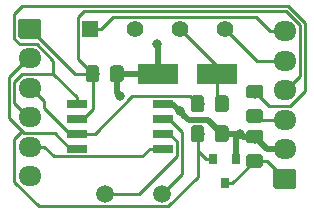
<source format=gbr>
G04 #@! TF.GenerationSoftware,KiCad,Pcbnew,(5.0.2-5)-5*
G04 #@! TF.CreationDate,2019-06-13T13:58:12+03:00*
G04 #@! TF.ProjectId,bike_motor_shim,62696b65-5f6d-46f7-946f-725f7368696d,rev?*
G04 #@! TF.SameCoordinates,Original*
G04 #@! TF.FileFunction,Copper,L1,Top*
G04 #@! TF.FilePolarity,Positive*
%FSLAX46Y46*%
G04 Gerber Fmt 4.6, Leading zero omitted, Abs format (unit mm)*
G04 Created by KiCad (PCBNEW (5.0.2-5)-5) date 2019 June 13, Thursday 13:58:12*
%MOMM*%
%LPD*%
G01*
G04 APERTURE LIST*
G04 #@! TA.AperFunction,ComponentPad*
%ADD10C,1.500000*%
G04 #@! TD*
G04 #@! TA.AperFunction,Conductor*
%ADD11C,0.100000*%
G04 #@! TD*
G04 #@! TA.AperFunction,SMDPad,CuDef*
%ADD12C,1.150000*%
G04 #@! TD*
G04 #@! TA.AperFunction,SMDPad,CuDef*
%ADD13R,3.500000X1.800000*%
G04 #@! TD*
G04 #@! TA.AperFunction,ComponentPad*
%ADD14C,1.400000*%
G04 #@! TD*
G04 #@! TA.AperFunction,ComponentPad*
%ADD15R,1.400000X1.400000*%
G04 #@! TD*
G04 #@! TA.AperFunction,SMDPad,CuDef*
%ADD16R,1.700000X0.650000*%
G04 #@! TD*
G04 #@! TA.AperFunction,SMDPad,CuDef*
%ADD17R,0.800000X0.900000*%
G04 #@! TD*
G04 #@! TA.AperFunction,ComponentPad*
%ADD18C,1.700000*%
G04 #@! TD*
G04 #@! TA.AperFunction,ComponentPad*
%ADD19O,1.950000X1.700000*%
G04 #@! TD*
G04 #@! TA.AperFunction,ViaPad*
%ADD20C,0.800000*%
G04 #@! TD*
G04 #@! TA.AperFunction,Conductor*
%ADD21C,0.250000*%
G04 #@! TD*
G04 #@! TA.AperFunction,Conductor*
%ADD22C,0.500000*%
G04 #@! TD*
G04 APERTURE END LIST*
D10*
G04 #@! TO.P,Y1,1*
G04 #@! TO.N,Net-(U1-Pad2)*
X146050000Y-126365000D03*
G04 #@! TO.P,Y1,2*
G04 #@! TO.N,Net-(U1-Pad3)*
X150930000Y-126365000D03*
G04 #@! TD*
D11*
G04 #@! TO.N,GND*
G04 #@! TO.C,C1*
G36*
X159224505Y-120956204D02*
X159248773Y-120959804D01*
X159272572Y-120965765D01*
X159295671Y-120974030D01*
X159317850Y-120984520D01*
X159338893Y-120997132D01*
X159358599Y-121011747D01*
X159376777Y-121028223D01*
X159393253Y-121046401D01*
X159407868Y-121066107D01*
X159420480Y-121087150D01*
X159430970Y-121109329D01*
X159439235Y-121132428D01*
X159445196Y-121156227D01*
X159448796Y-121180495D01*
X159450000Y-121204999D01*
X159450000Y-121855001D01*
X159448796Y-121879505D01*
X159445196Y-121903773D01*
X159439235Y-121927572D01*
X159430970Y-121950671D01*
X159420480Y-121972850D01*
X159407868Y-121993893D01*
X159393253Y-122013599D01*
X159376777Y-122031777D01*
X159358599Y-122048253D01*
X159338893Y-122062868D01*
X159317850Y-122075480D01*
X159295671Y-122085970D01*
X159272572Y-122094235D01*
X159248773Y-122100196D01*
X159224505Y-122103796D01*
X159200001Y-122105000D01*
X158299999Y-122105000D01*
X158275495Y-122103796D01*
X158251227Y-122100196D01*
X158227428Y-122094235D01*
X158204329Y-122085970D01*
X158182150Y-122075480D01*
X158161107Y-122062868D01*
X158141401Y-122048253D01*
X158123223Y-122031777D01*
X158106747Y-122013599D01*
X158092132Y-121993893D01*
X158079520Y-121972850D01*
X158069030Y-121950671D01*
X158060765Y-121927572D01*
X158054804Y-121903773D01*
X158051204Y-121879505D01*
X158050000Y-121855001D01*
X158050000Y-121204999D01*
X158051204Y-121180495D01*
X158054804Y-121156227D01*
X158060765Y-121132428D01*
X158069030Y-121109329D01*
X158079520Y-121087150D01*
X158092132Y-121066107D01*
X158106747Y-121046401D01*
X158123223Y-121028223D01*
X158141401Y-121011747D01*
X158161107Y-120997132D01*
X158182150Y-120984520D01*
X158204329Y-120974030D01*
X158227428Y-120965765D01*
X158251227Y-120959804D01*
X158275495Y-120956204D01*
X158299999Y-120955000D01*
X159200001Y-120955000D01*
X159224505Y-120956204D01*
X159224505Y-120956204D01*
G37*
D12*
G04 #@! TD*
G04 #@! TO.P,C1,2*
G04 #@! TO.N,GND*
X158750000Y-121530000D03*
D11*
G04 #@! TO.N,+6V*
G04 #@! TO.C,C1*
G36*
X159224505Y-123006204D02*
X159248773Y-123009804D01*
X159272572Y-123015765D01*
X159295671Y-123024030D01*
X159317850Y-123034520D01*
X159338893Y-123047132D01*
X159358599Y-123061747D01*
X159376777Y-123078223D01*
X159393253Y-123096401D01*
X159407868Y-123116107D01*
X159420480Y-123137150D01*
X159430970Y-123159329D01*
X159439235Y-123182428D01*
X159445196Y-123206227D01*
X159448796Y-123230495D01*
X159450000Y-123254999D01*
X159450000Y-123905001D01*
X159448796Y-123929505D01*
X159445196Y-123953773D01*
X159439235Y-123977572D01*
X159430970Y-124000671D01*
X159420480Y-124022850D01*
X159407868Y-124043893D01*
X159393253Y-124063599D01*
X159376777Y-124081777D01*
X159358599Y-124098253D01*
X159338893Y-124112868D01*
X159317850Y-124125480D01*
X159295671Y-124135970D01*
X159272572Y-124144235D01*
X159248773Y-124150196D01*
X159224505Y-124153796D01*
X159200001Y-124155000D01*
X158299999Y-124155000D01*
X158275495Y-124153796D01*
X158251227Y-124150196D01*
X158227428Y-124144235D01*
X158204329Y-124135970D01*
X158182150Y-124125480D01*
X158161107Y-124112868D01*
X158141401Y-124098253D01*
X158123223Y-124081777D01*
X158106747Y-124063599D01*
X158092132Y-124043893D01*
X158079520Y-124022850D01*
X158069030Y-124000671D01*
X158060765Y-123977572D01*
X158054804Y-123953773D01*
X158051204Y-123929505D01*
X158050000Y-123905001D01*
X158050000Y-123254999D01*
X158051204Y-123230495D01*
X158054804Y-123206227D01*
X158060765Y-123182428D01*
X158069030Y-123159329D01*
X158079520Y-123137150D01*
X158092132Y-123116107D01*
X158106747Y-123096401D01*
X158123223Y-123078223D01*
X158141401Y-123061747D01*
X158161107Y-123047132D01*
X158182150Y-123034520D01*
X158204329Y-123024030D01*
X158227428Y-123015765D01*
X158251227Y-123009804D01*
X158275495Y-123006204D01*
X158299999Y-123005000D01*
X159200001Y-123005000D01*
X159224505Y-123006204D01*
X159224505Y-123006204D01*
G37*
D12*
G04 #@! TD*
G04 #@! TO.P,C1,1*
G04 #@! TO.N,+6V*
X158750000Y-123580000D03*
D11*
G04 #@! TO.N,+5V*
G04 #@! TO.C,C2*
G36*
X154264505Y-120586204D02*
X154288773Y-120589804D01*
X154312572Y-120595765D01*
X154335671Y-120604030D01*
X154357850Y-120614520D01*
X154378893Y-120627132D01*
X154398599Y-120641747D01*
X154416777Y-120658223D01*
X154433253Y-120676401D01*
X154447868Y-120696107D01*
X154460480Y-120717150D01*
X154470970Y-120739329D01*
X154479235Y-120762428D01*
X154485196Y-120786227D01*
X154488796Y-120810495D01*
X154490000Y-120834999D01*
X154490000Y-121735001D01*
X154488796Y-121759505D01*
X154485196Y-121783773D01*
X154479235Y-121807572D01*
X154470970Y-121830671D01*
X154460480Y-121852850D01*
X154447868Y-121873893D01*
X154433253Y-121893599D01*
X154416777Y-121911777D01*
X154398599Y-121928253D01*
X154378893Y-121942868D01*
X154357850Y-121955480D01*
X154335671Y-121965970D01*
X154312572Y-121974235D01*
X154288773Y-121980196D01*
X154264505Y-121983796D01*
X154240001Y-121985000D01*
X153589999Y-121985000D01*
X153565495Y-121983796D01*
X153541227Y-121980196D01*
X153517428Y-121974235D01*
X153494329Y-121965970D01*
X153472150Y-121955480D01*
X153451107Y-121942868D01*
X153431401Y-121928253D01*
X153413223Y-121911777D01*
X153396747Y-121893599D01*
X153382132Y-121873893D01*
X153369520Y-121852850D01*
X153359030Y-121830671D01*
X153350765Y-121807572D01*
X153344804Y-121783773D01*
X153341204Y-121759505D01*
X153340000Y-121735001D01*
X153340000Y-120834999D01*
X153341204Y-120810495D01*
X153344804Y-120786227D01*
X153350765Y-120762428D01*
X153359030Y-120739329D01*
X153369520Y-120717150D01*
X153382132Y-120696107D01*
X153396747Y-120676401D01*
X153413223Y-120658223D01*
X153431401Y-120641747D01*
X153451107Y-120627132D01*
X153472150Y-120614520D01*
X153494329Y-120604030D01*
X153517428Y-120595765D01*
X153541227Y-120589804D01*
X153565495Y-120586204D01*
X153589999Y-120585000D01*
X154240001Y-120585000D01*
X154264505Y-120586204D01*
X154264505Y-120586204D01*
G37*
D12*
G04 #@! TD*
G04 #@! TO.P,C2,1*
G04 #@! TO.N,+5V*
X153915000Y-121285000D03*
D11*
G04 #@! TO.N,GND*
G04 #@! TO.C,C2*
G36*
X156314505Y-120586204D02*
X156338773Y-120589804D01*
X156362572Y-120595765D01*
X156385671Y-120604030D01*
X156407850Y-120614520D01*
X156428893Y-120627132D01*
X156448599Y-120641747D01*
X156466777Y-120658223D01*
X156483253Y-120676401D01*
X156497868Y-120696107D01*
X156510480Y-120717150D01*
X156520970Y-120739329D01*
X156529235Y-120762428D01*
X156535196Y-120786227D01*
X156538796Y-120810495D01*
X156540000Y-120834999D01*
X156540000Y-121735001D01*
X156538796Y-121759505D01*
X156535196Y-121783773D01*
X156529235Y-121807572D01*
X156520970Y-121830671D01*
X156510480Y-121852850D01*
X156497868Y-121873893D01*
X156483253Y-121893599D01*
X156466777Y-121911777D01*
X156448599Y-121928253D01*
X156428893Y-121942868D01*
X156407850Y-121955480D01*
X156385671Y-121965970D01*
X156362572Y-121974235D01*
X156338773Y-121980196D01*
X156314505Y-121983796D01*
X156290001Y-121985000D01*
X155639999Y-121985000D01*
X155615495Y-121983796D01*
X155591227Y-121980196D01*
X155567428Y-121974235D01*
X155544329Y-121965970D01*
X155522150Y-121955480D01*
X155501107Y-121942868D01*
X155481401Y-121928253D01*
X155463223Y-121911777D01*
X155446747Y-121893599D01*
X155432132Y-121873893D01*
X155419520Y-121852850D01*
X155409030Y-121830671D01*
X155400765Y-121807572D01*
X155394804Y-121783773D01*
X155391204Y-121759505D01*
X155390000Y-121735001D01*
X155390000Y-120834999D01*
X155391204Y-120810495D01*
X155394804Y-120786227D01*
X155400765Y-120762428D01*
X155409030Y-120739329D01*
X155419520Y-120717150D01*
X155432132Y-120696107D01*
X155446747Y-120676401D01*
X155463223Y-120658223D01*
X155481401Y-120641747D01*
X155501107Y-120627132D01*
X155522150Y-120614520D01*
X155544329Y-120604030D01*
X155567428Y-120595765D01*
X155591227Y-120589804D01*
X155615495Y-120586204D01*
X155639999Y-120585000D01*
X156290001Y-120585000D01*
X156314505Y-120586204D01*
X156314505Y-120586204D01*
G37*
D12*
G04 #@! TD*
G04 #@! TO.P,C2,2*
G04 #@! TO.N,GND*
X155965000Y-121285000D03*
D13*
G04 #@! TO.P,D1,1*
G04 #@! TO.N,Net-(D1-Pad1)*
X155535000Y-116205000D03*
G04 #@! TO.P,D1,2*
G04 #@! TO.N,GND*
X150535000Y-116205000D03*
G04 #@! TD*
D14*
G04 #@! TO.P,K1,7*
G04 #@! TO.N,MOTOR_OUT*
X156210000Y-112395000D03*
G04 #@! TO.P,K1,5*
G04 #@! TO.N,Net-(D1-Pad1)*
X152400000Y-112395000D03*
G04 #@! TO.P,K1,3*
G04 #@! TO.N,GND*
X148590000Y-112395000D03*
D15*
G04 #@! TO.P,K1,1*
G04 #@! TO.N,MOTOR_IN*
X144780000Y-112395000D03*
G04 #@! TD*
D11*
G04 #@! TO.N,MISO*
G04 #@! TO.C,R1*
G36*
X145374505Y-115506204D02*
X145398773Y-115509804D01*
X145422572Y-115515765D01*
X145445671Y-115524030D01*
X145467850Y-115534520D01*
X145488893Y-115547132D01*
X145508599Y-115561747D01*
X145526777Y-115578223D01*
X145543253Y-115596401D01*
X145557868Y-115616107D01*
X145570480Y-115637150D01*
X145580970Y-115659329D01*
X145589235Y-115682428D01*
X145595196Y-115706227D01*
X145598796Y-115730495D01*
X145600000Y-115754999D01*
X145600000Y-116655001D01*
X145598796Y-116679505D01*
X145595196Y-116703773D01*
X145589235Y-116727572D01*
X145580970Y-116750671D01*
X145570480Y-116772850D01*
X145557868Y-116793893D01*
X145543253Y-116813599D01*
X145526777Y-116831777D01*
X145508599Y-116848253D01*
X145488893Y-116862868D01*
X145467850Y-116875480D01*
X145445671Y-116885970D01*
X145422572Y-116894235D01*
X145398773Y-116900196D01*
X145374505Y-116903796D01*
X145350001Y-116905000D01*
X144699999Y-116905000D01*
X144675495Y-116903796D01*
X144651227Y-116900196D01*
X144627428Y-116894235D01*
X144604329Y-116885970D01*
X144582150Y-116875480D01*
X144561107Y-116862868D01*
X144541401Y-116848253D01*
X144523223Y-116831777D01*
X144506747Y-116813599D01*
X144492132Y-116793893D01*
X144479520Y-116772850D01*
X144469030Y-116750671D01*
X144460765Y-116727572D01*
X144454804Y-116703773D01*
X144451204Y-116679505D01*
X144450000Y-116655001D01*
X144450000Y-115754999D01*
X144451204Y-115730495D01*
X144454804Y-115706227D01*
X144460765Y-115682428D01*
X144469030Y-115659329D01*
X144479520Y-115637150D01*
X144492132Y-115616107D01*
X144506747Y-115596401D01*
X144523223Y-115578223D01*
X144541401Y-115561747D01*
X144561107Y-115547132D01*
X144582150Y-115534520D01*
X144604329Y-115524030D01*
X144627428Y-115515765D01*
X144651227Y-115509804D01*
X144675495Y-115506204D01*
X144699999Y-115505000D01*
X145350001Y-115505000D01*
X145374505Y-115506204D01*
X145374505Y-115506204D01*
G37*
D12*
G04 #@! TD*
G04 #@! TO.P,R1,1*
G04 #@! TO.N,MISO*
X145025000Y-116205000D03*
D11*
G04 #@! TO.N,GND*
G04 #@! TO.C,R1*
G36*
X147424505Y-115506204D02*
X147448773Y-115509804D01*
X147472572Y-115515765D01*
X147495671Y-115524030D01*
X147517850Y-115534520D01*
X147538893Y-115547132D01*
X147558599Y-115561747D01*
X147576777Y-115578223D01*
X147593253Y-115596401D01*
X147607868Y-115616107D01*
X147620480Y-115637150D01*
X147630970Y-115659329D01*
X147639235Y-115682428D01*
X147645196Y-115706227D01*
X147648796Y-115730495D01*
X147650000Y-115754999D01*
X147650000Y-116655001D01*
X147648796Y-116679505D01*
X147645196Y-116703773D01*
X147639235Y-116727572D01*
X147630970Y-116750671D01*
X147620480Y-116772850D01*
X147607868Y-116793893D01*
X147593253Y-116813599D01*
X147576777Y-116831777D01*
X147558599Y-116848253D01*
X147538893Y-116862868D01*
X147517850Y-116875480D01*
X147495671Y-116885970D01*
X147472572Y-116894235D01*
X147448773Y-116900196D01*
X147424505Y-116903796D01*
X147400001Y-116905000D01*
X146749999Y-116905000D01*
X146725495Y-116903796D01*
X146701227Y-116900196D01*
X146677428Y-116894235D01*
X146654329Y-116885970D01*
X146632150Y-116875480D01*
X146611107Y-116862868D01*
X146591401Y-116848253D01*
X146573223Y-116831777D01*
X146556747Y-116813599D01*
X146542132Y-116793893D01*
X146529520Y-116772850D01*
X146519030Y-116750671D01*
X146510765Y-116727572D01*
X146504804Y-116703773D01*
X146501204Y-116679505D01*
X146500000Y-116655001D01*
X146500000Y-115754999D01*
X146501204Y-115730495D01*
X146504804Y-115706227D01*
X146510765Y-115682428D01*
X146519030Y-115659329D01*
X146529520Y-115637150D01*
X146542132Y-115616107D01*
X146556747Y-115596401D01*
X146573223Y-115578223D01*
X146591401Y-115561747D01*
X146611107Y-115547132D01*
X146632150Y-115534520D01*
X146654329Y-115524030D01*
X146677428Y-115515765D01*
X146701227Y-115509804D01*
X146725495Y-115506204D01*
X146749999Y-115505000D01*
X147400001Y-115505000D01*
X147424505Y-115506204D01*
X147424505Y-115506204D01*
G37*
D12*
G04 #@! TD*
G04 #@! TO.P,R1,2*
G04 #@! TO.N,GND*
X147075000Y-116205000D03*
D11*
G04 #@! TO.N,MOSI*
G04 #@! TO.C,R2*
G36*
X159224505Y-117146204D02*
X159248773Y-117149804D01*
X159272572Y-117155765D01*
X159295671Y-117164030D01*
X159317850Y-117174520D01*
X159338893Y-117187132D01*
X159358599Y-117201747D01*
X159376777Y-117218223D01*
X159393253Y-117236401D01*
X159407868Y-117256107D01*
X159420480Y-117277150D01*
X159430970Y-117299329D01*
X159439235Y-117322428D01*
X159445196Y-117346227D01*
X159448796Y-117370495D01*
X159450000Y-117394999D01*
X159450000Y-118045001D01*
X159448796Y-118069505D01*
X159445196Y-118093773D01*
X159439235Y-118117572D01*
X159430970Y-118140671D01*
X159420480Y-118162850D01*
X159407868Y-118183893D01*
X159393253Y-118203599D01*
X159376777Y-118221777D01*
X159358599Y-118238253D01*
X159338893Y-118252868D01*
X159317850Y-118265480D01*
X159295671Y-118275970D01*
X159272572Y-118284235D01*
X159248773Y-118290196D01*
X159224505Y-118293796D01*
X159200001Y-118295000D01*
X158299999Y-118295000D01*
X158275495Y-118293796D01*
X158251227Y-118290196D01*
X158227428Y-118284235D01*
X158204329Y-118275970D01*
X158182150Y-118265480D01*
X158161107Y-118252868D01*
X158141401Y-118238253D01*
X158123223Y-118221777D01*
X158106747Y-118203599D01*
X158092132Y-118183893D01*
X158079520Y-118162850D01*
X158069030Y-118140671D01*
X158060765Y-118117572D01*
X158054804Y-118093773D01*
X158051204Y-118069505D01*
X158050000Y-118045001D01*
X158050000Y-117394999D01*
X158051204Y-117370495D01*
X158054804Y-117346227D01*
X158060765Y-117322428D01*
X158069030Y-117299329D01*
X158079520Y-117277150D01*
X158092132Y-117256107D01*
X158106747Y-117236401D01*
X158123223Y-117218223D01*
X158141401Y-117201747D01*
X158161107Y-117187132D01*
X158182150Y-117174520D01*
X158204329Y-117164030D01*
X158227428Y-117155765D01*
X158251227Y-117149804D01*
X158275495Y-117146204D01*
X158299999Y-117145000D01*
X159200001Y-117145000D01*
X159224505Y-117146204D01*
X159224505Y-117146204D01*
G37*
D12*
G04 #@! TD*
G04 #@! TO.P,R2,2*
G04 #@! TO.N,MOSI*
X158750000Y-117720000D03*
D11*
G04 #@! TO.N,SENSOR_OUT*
G04 #@! TO.C,R2*
G36*
X159224505Y-119196204D02*
X159248773Y-119199804D01*
X159272572Y-119205765D01*
X159295671Y-119214030D01*
X159317850Y-119224520D01*
X159338893Y-119237132D01*
X159358599Y-119251747D01*
X159376777Y-119268223D01*
X159393253Y-119286401D01*
X159407868Y-119306107D01*
X159420480Y-119327150D01*
X159430970Y-119349329D01*
X159439235Y-119372428D01*
X159445196Y-119396227D01*
X159448796Y-119420495D01*
X159450000Y-119444999D01*
X159450000Y-120095001D01*
X159448796Y-120119505D01*
X159445196Y-120143773D01*
X159439235Y-120167572D01*
X159430970Y-120190671D01*
X159420480Y-120212850D01*
X159407868Y-120233893D01*
X159393253Y-120253599D01*
X159376777Y-120271777D01*
X159358599Y-120288253D01*
X159338893Y-120302868D01*
X159317850Y-120315480D01*
X159295671Y-120325970D01*
X159272572Y-120334235D01*
X159248773Y-120340196D01*
X159224505Y-120343796D01*
X159200001Y-120345000D01*
X158299999Y-120345000D01*
X158275495Y-120343796D01*
X158251227Y-120340196D01*
X158227428Y-120334235D01*
X158204329Y-120325970D01*
X158182150Y-120315480D01*
X158161107Y-120302868D01*
X158141401Y-120288253D01*
X158123223Y-120271777D01*
X158106747Y-120253599D01*
X158092132Y-120233893D01*
X158079520Y-120212850D01*
X158069030Y-120190671D01*
X158060765Y-120167572D01*
X158054804Y-120143773D01*
X158051204Y-120119505D01*
X158050000Y-120095001D01*
X158050000Y-119444999D01*
X158051204Y-119420495D01*
X158054804Y-119396227D01*
X158060765Y-119372428D01*
X158069030Y-119349329D01*
X158079520Y-119327150D01*
X158092132Y-119306107D01*
X158106747Y-119286401D01*
X158123223Y-119268223D01*
X158141401Y-119251747D01*
X158161107Y-119237132D01*
X158182150Y-119224520D01*
X158204329Y-119214030D01*
X158227428Y-119205765D01*
X158251227Y-119199804D01*
X158275495Y-119196204D01*
X158299999Y-119195000D01*
X159200001Y-119195000D01*
X159224505Y-119196204D01*
X159224505Y-119196204D01*
G37*
D12*
G04 #@! TD*
G04 #@! TO.P,R2,1*
G04 #@! TO.N,SENSOR_OUT*
X158750000Y-119770000D03*
D11*
G04 #@! TO.N,SCK*
G04 #@! TO.C,R3*
G36*
X154264505Y-118046204D02*
X154288773Y-118049804D01*
X154312572Y-118055765D01*
X154335671Y-118064030D01*
X154357850Y-118074520D01*
X154378893Y-118087132D01*
X154398599Y-118101747D01*
X154416777Y-118118223D01*
X154433253Y-118136401D01*
X154447868Y-118156107D01*
X154460480Y-118177150D01*
X154470970Y-118199329D01*
X154479235Y-118222428D01*
X154485196Y-118246227D01*
X154488796Y-118270495D01*
X154490000Y-118294999D01*
X154490000Y-119195001D01*
X154488796Y-119219505D01*
X154485196Y-119243773D01*
X154479235Y-119267572D01*
X154470970Y-119290671D01*
X154460480Y-119312850D01*
X154447868Y-119333893D01*
X154433253Y-119353599D01*
X154416777Y-119371777D01*
X154398599Y-119388253D01*
X154378893Y-119402868D01*
X154357850Y-119415480D01*
X154335671Y-119425970D01*
X154312572Y-119434235D01*
X154288773Y-119440196D01*
X154264505Y-119443796D01*
X154240001Y-119445000D01*
X153589999Y-119445000D01*
X153565495Y-119443796D01*
X153541227Y-119440196D01*
X153517428Y-119434235D01*
X153494329Y-119425970D01*
X153472150Y-119415480D01*
X153451107Y-119402868D01*
X153431401Y-119388253D01*
X153413223Y-119371777D01*
X153396747Y-119353599D01*
X153382132Y-119333893D01*
X153369520Y-119312850D01*
X153359030Y-119290671D01*
X153350765Y-119267572D01*
X153344804Y-119243773D01*
X153341204Y-119219505D01*
X153340000Y-119195001D01*
X153340000Y-118294999D01*
X153341204Y-118270495D01*
X153344804Y-118246227D01*
X153350765Y-118222428D01*
X153359030Y-118199329D01*
X153369520Y-118177150D01*
X153382132Y-118156107D01*
X153396747Y-118136401D01*
X153413223Y-118118223D01*
X153431401Y-118101747D01*
X153451107Y-118087132D01*
X153472150Y-118074520D01*
X153494329Y-118064030D01*
X153517428Y-118055765D01*
X153541227Y-118049804D01*
X153565495Y-118046204D01*
X153589999Y-118045000D01*
X154240001Y-118045000D01*
X154264505Y-118046204D01*
X154264505Y-118046204D01*
G37*
D12*
G04 #@! TD*
G04 #@! TO.P,R3,1*
G04 #@! TO.N,SCK*
X153915000Y-118745000D03*
D11*
G04 #@! TO.N,Net-(D1-Pad1)*
G04 #@! TO.C,R3*
G36*
X156314505Y-118046204D02*
X156338773Y-118049804D01*
X156362572Y-118055765D01*
X156385671Y-118064030D01*
X156407850Y-118074520D01*
X156428893Y-118087132D01*
X156448599Y-118101747D01*
X156466777Y-118118223D01*
X156483253Y-118136401D01*
X156497868Y-118156107D01*
X156510480Y-118177150D01*
X156520970Y-118199329D01*
X156529235Y-118222428D01*
X156535196Y-118246227D01*
X156538796Y-118270495D01*
X156540000Y-118294999D01*
X156540000Y-119195001D01*
X156538796Y-119219505D01*
X156535196Y-119243773D01*
X156529235Y-119267572D01*
X156520970Y-119290671D01*
X156510480Y-119312850D01*
X156497868Y-119333893D01*
X156483253Y-119353599D01*
X156466777Y-119371777D01*
X156448599Y-119388253D01*
X156428893Y-119402868D01*
X156407850Y-119415480D01*
X156385671Y-119425970D01*
X156362572Y-119434235D01*
X156338773Y-119440196D01*
X156314505Y-119443796D01*
X156290001Y-119445000D01*
X155639999Y-119445000D01*
X155615495Y-119443796D01*
X155591227Y-119440196D01*
X155567428Y-119434235D01*
X155544329Y-119425970D01*
X155522150Y-119415480D01*
X155501107Y-119402868D01*
X155481401Y-119388253D01*
X155463223Y-119371777D01*
X155446747Y-119353599D01*
X155432132Y-119333893D01*
X155419520Y-119312850D01*
X155409030Y-119290671D01*
X155400765Y-119267572D01*
X155394804Y-119243773D01*
X155391204Y-119219505D01*
X155390000Y-119195001D01*
X155390000Y-118294999D01*
X155391204Y-118270495D01*
X155394804Y-118246227D01*
X155400765Y-118222428D01*
X155409030Y-118199329D01*
X155419520Y-118177150D01*
X155432132Y-118156107D01*
X155446747Y-118136401D01*
X155463223Y-118118223D01*
X155481401Y-118101747D01*
X155501107Y-118087132D01*
X155522150Y-118074520D01*
X155544329Y-118064030D01*
X155567428Y-118055765D01*
X155591227Y-118049804D01*
X155615495Y-118046204D01*
X155639999Y-118045000D01*
X156290001Y-118045000D01*
X156314505Y-118046204D01*
X156314505Y-118046204D01*
G37*
D12*
G04 #@! TD*
G04 #@! TO.P,R3,2*
G04 #@! TO.N,Net-(D1-Pad1)*
X155965000Y-118745000D03*
D16*
G04 #@! TO.P,U1,1*
G04 #@! TO.N,RST*
X150970000Y-122555000D03*
G04 #@! TO.P,U1,2*
G04 #@! TO.N,Net-(U1-Pad2)*
X150970000Y-121285000D03*
G04 #@! TO.P,U1,3*
G04 #@! TO.N,Net-(U1-Pad3)*
X150970000Y-120015000D03*
G04 #@! TO.P,U1,4*
G04 #@! TO.N,GND*
X150970000Y-118745000D03*
G04 #@! TO.P,U1,5*
G04 #@! TO.N,MOSI*
X143670000Y-118745000D03*
G04 #@! TO.P,U1,6*
G04 #@! TO.N,MISO*
X143670000Y-120015000D03*
G04 #@! TO.P,U1,7*
G04 #@! TO.N,SCK*
X143670000Y-121285000D03*
G04 #@! TO.P,U1,8*
G04 #@! TO.N,+5V*
X143670000Y-122555000D03*
G04 #@! TD*
D17*
G04 #@! TO.P,U2,1*
G04 #@! TO.N,GND*
X157160000Y-123460000D03*
G04 #@! TO.P,U2,2*
G04 #@! TO.N,+5V*
X155260000Y-123460000D03*
G04 #@! TO.P,U2,3*
G04 #@! TO.N,+6V*
X156210000Y-125460000D03*
G04 #@! TD*
D11*
G04 #@! TO.N,MISO*
G04 #@! TO.C,J2*
G36*
X140449504Y-111546204D02*
X140473773Y-111549804D01*
X140497571Y-111555765D01*
X140520671Y-111564030D01*
X140542849Y-111574520D01*
X140563893Y-111587133D01*
X140583598Y-111601747D01*
X140601777Y-111618223D01*
X140618253Y-111636402D01*
X140632867Y-111656107D01*
X140645480Y-111677151D01*
X140655970Y-111699329D01*
X140664235Y-111722429D01*
X140670196Y-111746227D01*
X140673796Y-111770496D01*
X140675000Y-111795000D01*
X140675000Y-112995000D01*
X140673796Y-113019504D01*
X140670196Y-113043773D01*
X140664235Y-113067571D01*
X140655970Y-113090671D01*
X140645480Y-113112849D01*
X140632867Y-113133893D01*
X140618253Y-113153598D01*
X140601777Y-113171777D01*
X140583598Y-113188253D01*
X140563893Y-113202867D01*
X140542849Y-113215480D01*
X140520671Y-113225970D01*
X140497571Y-113234235D01*
X140473773Y-113240196D01*
X140449504Y-113243796D01*
X140425000Y-113245000D01*
X138975000Y-113245000D01*
X138950496Y-113243796D01*
X138926227Y-113240196D01*
X138902429Y-113234235D01*
X138879329Y-113225970D01*
X138857151Y-113215480D01*
X138836107Y-113202867D01*
X138816402Y-113188253D01*
X138798223Y-113171777D01*
X138781747Y-113153598D01*
X138767133Y-113133893D01*
X138754520Y-113112849D01*
X138744030Y-113090671D01*
X138735765Y-113067571D01*
X138729804Y-113043773D01*
X138726204Y-113019504D01*
X138725000Y-112995000D01*
X138725000Y-111795000D01*
X138726204Y-111770496D01*
X138729804Y-111746227D01*
X138735765Y-111722429D01*
X138744030Y-111699329D01*
X138754520Y-111677151D01*
X138767133Y-111656107D01*
X138781747Y-111636402D01*
X138798223Y-111618223D01*
X138816402Y-111601747D01*
X138836107Y-111587133D01*
X138857151Y-111574520D01*
X138879329Y-111564030D01*
X138902429Y-111555765D01*
X138926227Y-111549804D01*
X138950496Y-111546204D01*
X138975000Y-111545000D01*
X140425000Y-111545000D01*
X140449504Y-111546204D01*
X140449504Y-111546204D01*
G37*
D18*
G04 #@! TD*
G04 #@! TO.P,J2,1*
G04 #@! TO.N,MISO*
X139700000Y-112395000D03*
D19*
G04 #@! TO.P,J2,2*
G04 #@! TO.N,+5V*
X139700000Y-114895000D03*
G04 #@! TO.P,J2,3*
G04 #@! TO.N,SCK*
X139700000Y-117395000D03*
G04 #@! TO.P,J2,4*
G04 #@! TO.N,MOSI*
X139700000Y-119895000D03*
G04 #@! TO.P,J2,5*
G04 #@! TO.N,RST*
X139700000Y-122395000D03*
G04 #@! TO.P,J2,6*
G04 #@! TO.N,GND*
X139700000Y-124895000D03*
G04 #@! TD*
D11*
G04 #@! TO.N,+6V*
G04 #@! TO.C,J1*
G36*
X162039504Y-124246204D02*
X162063773Y-124249804D01*
X162087571Y-124255765D01*
X162110671Y-124264030D01*
X162132849Y-124274520D01*
X162153893Y-124287133D01*
X162173598Y-124301747D01*
X162191777Y-124318223D01*
X162208253Y-124336402D01*
X162222867Y-124356107D01*
X162235480Y-124377151D01*
X162245970Y-124399329D01*
X162254235Y-124422429D01*
X162260196Y-124446227D01*
X162263796Y-124470496D01*
X162265000Y-124495000D01*
X162265000Y-125695000D01*
X162263796Y-125719504D01*
X162260196Y-125743773D01*
X162254235Y-125767571D01*
X162245970Y-125790671D01*
X162235480Y-125812849D01*
X162222867Y-125833893D01*
X162208253Y-125853598D01*
X162191777Y-125871777D01*
X162173598Y-125888253D01*
X162153893Y-125902867D01*
X162132849Y-125915480D01*
X162110671Y-125925970D01*
X162087571Y-125934235D01*
X162063773Y-125940196D01*
X162039504Y-125943796D01*
X162015000Y-125945000D01*
X160565000Y-125945000D01*
X160540496Y-125943796D01*
X160516227Y-125940196D01*
X160492429Y-125934235D01*
X160469329Y-125925970D01*
X160447151Y-125915480D01*
X160426107Y-125902867D01*
X160406402Y-125888253D01*
X160388223Y-125871777D01*
X160371747Y-125853598D01*
X160357133Y-125833893D01*
X160344520Y-125812849D01*
X160334030Y-125790671D01*
X160325765Y-125767571D01*
X160319804Y-125743773D01*
X160316204Y-125719504D01*
X160315000Y-125695000D01*
X160315000Y-124495000D01*
X160316204Y-124470496D01*
X160319804Y-124446227D01*
X160325765Y-124422429D01*
X160334030Y-124399329D01*
X160344520Y-124377151D01*
X160357133Y-124356107D01*
X160371747Y-124336402D01*
X160388223Y-124318223D01*
X160406402Y-124301747D01*
X160426107Y-124287133D01*
X160447151Y-124274520D01*
X160469329Y-124264030D01*
X160492429Y-124255765D01*
X160516227Y-124249804D01*
X160540496Y-124246204D01*
X160565000Y-124245000D01*
X162015000Y-124245000D01*
X162039504Y-124246204D01*
X162039504Y-124246204D01*
G37*
D18*
G04 #@! TD*
G04 #@! TO.P,J1,1*
G04 #@! TO.N,+6V*
X161290000Y-125095000D03*
D19*
G04 #@! TO.P,J1,2*
G04 #@! TO.N,GND*
X161290000Y-122595000D03*
G04 #@! TO.P,J1,3*
G04 #@! TO.N,SENSOR_OUT*
X161290000Y-120095000D03*
G04 #@! TO.P,J1,4*
G04 #@! TO.N,MISO*
X161290000Y-117595000D03*
G04 #@! TO.P,J1,5*
G04 #@! TO.N,MOTOR_OUT*
X161290000Y-115095000D03*
G04 #@! TO.P,J1,6*
G04 #@! TO.N,MOTOR_IN*
X161290000Y-112595000D03*
G04 #@! TD*
D20*
G04 #@! TO.N,GND*
X157480000Y-121285000D03*
X152400000Y-119380000D03*
X147320000Y-118110000D03*
X150495000Y-113665000D03*
G04 #@! TD*
D21*
G04 #@! TO.N,Net-(D1-Pad1)*
X155535000Y-115530000D02*
X155535000Y-116205000D01*
X152400000Y-112395000D02*
X155535000Y-115530000D01*
X155535000Y-118315000D02*
X155965000Y-118745000D01*
X155535000Y-116205000D02*
X155535000Y-118315000D01*
G04 #@! TO.N,Net-(U1-Pad2)*
X151495000Y-121285000D02*
X150970000Y-121285000D01*
X152145001Y-121935001D02*
X151495000Y-121285000D01*
X152145001Y-123140001D02*
X152145001Y-121935001D01*
X148920002Y-126365000D02*
X152145001Y-123140001D01*
X146050000Y-126365000D02*
X148920002Y-126365000D01*
G04 #@! TO.N,Net-(U1-Pad3)*
X151495000Y-120015000D02*
X150970000Y-120015000D01*
X152595011Y-121115011D02*
X151495000Y-120015000D01*
X152595011Y-124699989D02*
X152595011Y-121115011D01*
X150930000Y-126365000D02*
X152595011Y-124699989D01*
D22*
G04 #@! TO.N,GND*
X147075000Y-116205000D02*
X150535000Y-116205000D01*
X147075000Y-117865000D02*
X147320000Y-118110000D01*
X147075000Y-116205000D02*
X147075000Y-117865000D01*
X151765000Y-118745000D02*
X152400000Y-119380000D01*
X150970000Y-118745000D02*
X151765000Y-118745000D01*
X150535000Y-113705000D02*
X150495000Y-113665000D01*
X150535000Y-116205000D02*
X150535000Y-113705000D01*
X152799999Y-119779999D02*
X152400000Y-119380000D01*
X153154990Y-120134990D02*
X152799999Y-119779999D01*
X154814990Y-120134990D02*
X153154990Y-120134990D01*
X155965000Y-121285000D02*
X154814990Y-120134990D01*
X159815000Y-122595000D02*
X158750000Y-121530000D01*
X161290000Y-122595000D02*
X159815000Y-122595000D01*
X157160000Y-121605000D02*
X157480000Y-121285000D01*
X157160000Y-123460000D02*
X157160000Y-121605000D01*
X155965000Y-121285000D02*
X157480000Y-121285000D01*
X157725000Y-121530000D02*
X157480000Y-121285000D01*
X158750000Y-121530000D02*
X157725000Y-121530000D01*
D21*
G04 #@! TO.N,+6V*
X156870000Y-125460000D02*
X158750000Y-123580000D01*
X156210000Y-125460000D02*
X156870000Y-125460000D01*
X159775000Y-123580000D02*
X158750000Y-123580000D01*
X161290000Y-125095000D02*
X159775000Y-123580000D01*
G04 #@! TO.N,+5V*
X154610000Y-123460000D02*
X155260000Y-123460000D01*
X153915000Y-122765000D02*
X154610000Y-123460000D01*
X153915000Y-121285000D02*
X153915000Y-122765000D01*
X143145000Y-122555000D02*
X143670000Y-122555000D01*
X141809990Y-121219990D02*
X143145000Y-122555000D01*
X139238275Y-121219990D02*
X141809990Y-121219990D01*
X137949980Y-116520020D02*
X137949980Y-119931695D01*
X139575000Y-114895000D02*
X137949980Y-116520020D01*
X139700000Y-114895000D02*
X139575000Y-114895000D01*
X140458286Y-127440001D02*
X138399990Y-125381705D01*
X153915000Y-124971002D02*
X151446001Y-127440001D01*
X153915000Y-122765000D02*
X153915000Y-124971002D01*
X151446001Y-127440001D02*
X140458286Y-127440001D01*
X139065000Y-121046715D02*
X139238275Y-121219990D01*
X138399990Y-121711725D02*
X139065000Y-121046715D01*
X138399990Y-125381705D02*
X138399990Y-121711725D01*
X137949980Y-119931695D02*
X139065000Y-121046715D01*
G04 #@! TO.N,SENSOR_OUT*
X159075000Y-120095000D02*
X158750000Y-119770000D01*
X161290000Y-120095000D02*
X159075000Y-120095000D01*
G04 #@! TO.N,MISO*
X145025000Y-117005000D02*
X145025000Y-116205000D01*
X145025000Y-119185000D02*
X145025000Y-117005000D01*
X144195000Y-120015000D02*
X145025000Y-119185000D01*
X143670000Y-120015000D02*
X144195000Y-120015000D01*
X143510000Y-116205000D02*
X139700000Y-112395000D01*
X145025000Y-116205000D02*
X143510000Y-116205000D01*
X144401628Y-115581628D02*
X145025000Y-116205000D01*
X143754999Y-114934999D02*
X144401628Y-115581628D01*
X161401704Y-110919989D02*
X144270009Y-110919989D01*
X162590010Y-112108295D02*
X161401704Y-110919989D01*
X162590010Y-116419990D02*
X162590010Y-112108295D01*
X143754999Y-111434999D02*
X143754999Y-114934999D01*
X144270009Y-110919989D02*
X143754999Y-111434999D01*
X161415000Y-117595000D02*
X162590010Y-116419990D01*
X161290000Y-117595000D02*
X161415000Y-117595000D01*
G04 #@! TO.N,SCK*
X139575000Y-117395000D02*
X139700000Y-117395000D01*
X144770000Y-121285000D02*
X143670000Y-121285000D01*
X145218002Y-121285000D02*
X144770000Y-121285000D01*
X148408003Y-118094999D02*
X145218002Y-121285000D01*
X153264999Y-118094999D02*
X148408003Y-118094999D01*
X153915000Y-118745000D02*
X153264999Y-118094999D01*
X139825000Y-117395000D02*
X139700000Y-117395000D01*
X140925000Y-118495000D02*
X139825000Y-117395000D01*
X140925000Y-119065000D02*
X140925000Y-118495000D01*
X143145000Y-121285000D02*
X140925000Y-119065000D01*
X143670000Y-121285000D02*
X143145000Y-121285000D01*
G04 #@! TO.N,MOSI*
X139575000Y-119895000D02*
X139700000Y-119895000D01*
X138399990Y-118719990D02*
X139575000Y-119895000D01*
X138399990Y-116870010D02*
X138399990Y-118719990D01*
X139050010Y-116219990D02*
X138399990Y-116870010D01*
X141719990Y-116219990D02*
X139050010Y-116219990D01*
X143670000Y-118170000D02*
X141719990Y-116219990D01*
X143670000Y-118745000D02*
X143670000Y-118170000D01*
X161588104Y-110469979D02*
X139085021Y-110469979D01*
X163040019Y-111921894D02*
X161588104Y-110469979D01*
X163040019Y-117631696D02*
X163040019Y-111921894D01*
X161751725Y-118919990D02*
X163040019Y-117631696D01*
X159949990Y-118919990D02*
X161751725Y-118919990D01*
X158750000Y-117720000D02*
X159949990Y-118919990D01*
X140311705Y-113719990D02*
X141719990Y-115128275D01*
X138886800Y-113719990D02*
X140311705Y-113719990D01*
X138399990Y-113233180D02*
X138886800Y-113719990D01*
X138399990Y-111155010D02*
X138399990Y-113233180D01*
X141719990Y-115128275D02*
X141719990Y-116219990D01*
X139085021Y-110469979D02*
X138399990Y-111155010D01*
G04 #@! TO.N,RST*
X149870000Y-122555000D02*
X150970000Y-122555000D01*
X149219999Y-123205001D02*
X149870000Y-122555000D01*
X141735001Y-123205001D02*
X149219999Y-123205001D01*
X140925000Y-122395000D02*
X141735001Y-123205001D01*
X139700000Y-122395000D02*
X140925000Y-122395000D01*
G04 #@! TO.N,MOTOR_OUT*
X158910000Y-115095000D02*
X156210000Y-112395000D01*
X161290000Y-115095000D02*
X158910000Y-115095000D01*
G04 #@! TO.N,MOTOR_IN*
X145730000Y-112395000D02*
X144780000Y-112395000D01*
X146755001Y-111369999D02*
X145730000Y-112395000D01*
X158839999Y-111369999D02*
X146755001Y-111369999D01*
X160065000Y-112595000D02*
X158839999Y-111369999D01*
X161290000Y-112595000D02*
X160065000Y-112595000D01*
G04 #@! TD*
M02*

</source>
